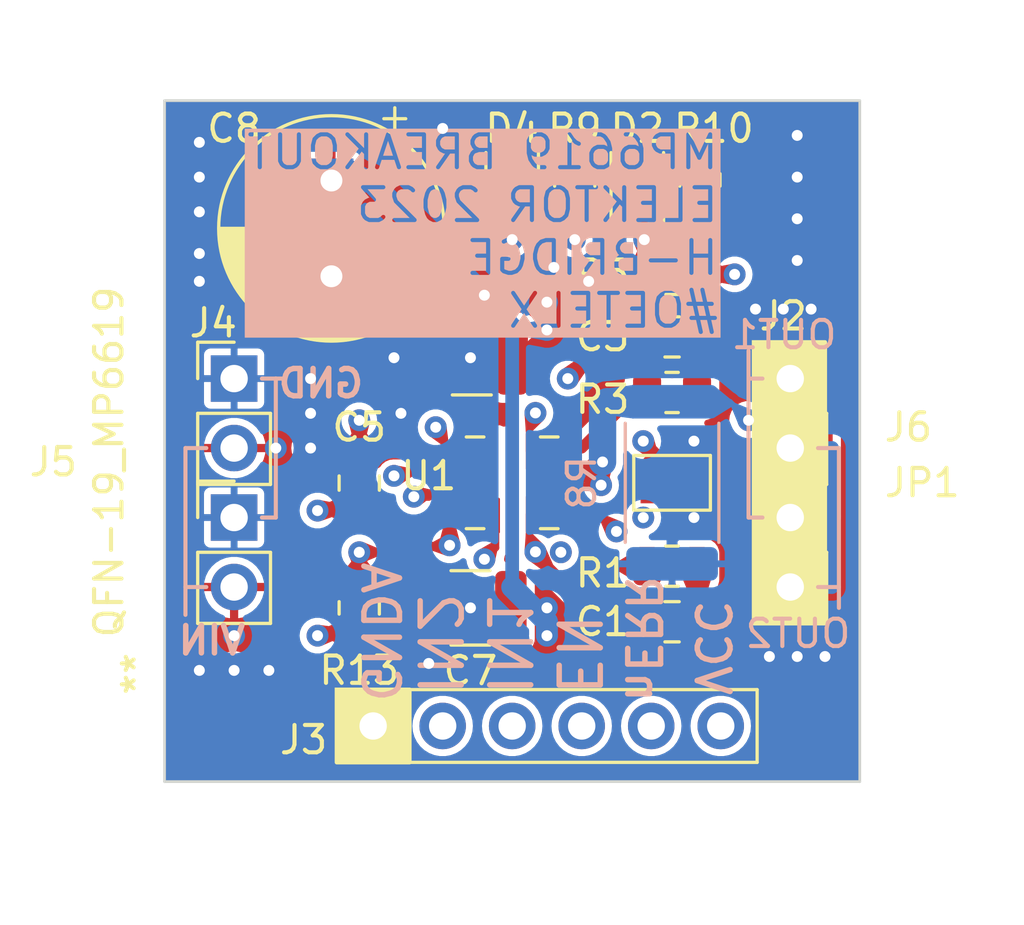
<source format=kicad_pcb>
(kicad_pcb (version 20230517) (generator pcbnew)
  (layers (0 "F.Cu" signal) (1 "In1.Cu" signal) (2 "In2.Cu" signal) (31 "B.Cu" signal) (34 "B.Paste" user) (35 "F.Paste" user) (36 "B.SilkS" user "B.Silkscreen") (37 "F.SilkS" user "F.Silkscreen") (38 "B.Mask" user) (39 "F.Mask" user) (44 "Edge.Cuts" user))
  (net 0 "")
  (net 1 "U1-OUT2")
  (net 2 "Net-(C1-Pad2)")
  (net 3 "Net-(C3-Pad1)")
  (net 4 "U1-OUT1")
  (net 5 "GNDA")
  (net 6 "U1-VCC")
  (net 7 "VIN")
  (net 8 "GND")
  (net 9 "U1-nFault")
  (net 10 "Net-(D2-A)")
  (net 11 "Net-(D4-A)")
  (net 12 "U1-IN2")
  (net 13 "U1-IN1")
  (net 14 "U1-EN")
  (net 15 "Net-(U1-BST2)")
  (net 16 "Net-(U1-BST1)")
  (net 17 "U1-IFB")
  (net 18 "U1-ISET")
  (footprint "Capacitor_SMD:C_0805_2012Metric" (layer "F.Cu") (at 140.462 115.57)
    (fp_text reference "C1" (at -2.54 0) (layer "F.SilkS"))
    (fp_text value "100 nF / 50V")
    (pad "1" smd roundrect (at -0.95 0) (size 1 1.45) (layers "F.Cu" "F.Paste" "F.Mask") (net 1 "U1-OUT2"))
    (pad "2" smd roundrect (at 0.95 0) (size 1 1.45) (layers "F.Cu" "F.Paste" "F.Mask") (net 2 "Net-(C1-Pad2)"))
  )
  (footprint "Jumper:SolderJumper-2_P1.3mm_Bridged2Bar_Pad1.0x1.5mm" (layer "F.Cu") (at 140.462 110.49)
    (fp_text reference "JP1" (at 9.144 0) (layer "F.SilkS"))
    (fp_text value "Jumper_2_Bridged")
    (fp_poly (pts (xy -0.25 -0.6) (xy 0.25 -0.6) (xy 0.25 -0.2) (xy -0.25 -0.2)) (fill solid) (layer "F.Cu"))
    (fp_poly (pts (xy -0.25 0.2) (xy 0.25 0.2) (xy 0.25 0.6) (xy -0.25 0.6)) (fill solid) (layer "F.Cu"))
    (pad "1" smd rect (at -0.65 0) (size 1 1.5) (layers "F.Cu" "F.Mask") (net 5 "GNDA"))
    (pad "2" smd rect (at 0.65 0) (size 1 1.5) (layers "F.Cu" "F.Mask") (net 8 "GND"))
  )
  (footprint "Connector_PinHeader_2.54mm:PinHeader_1x02_P2.54mm_Vertical" (layer "F.Cu") (at 124.46 106.68)
    (fp_text reference "J4" (at -0.762 -2.032) (layer "F.SilkS"))
    (fp_text value "Screw_Terminal_01x02")
    (pad "1" thru_hole rect (at 0 0) (size 1.7 1.7) (drill 1) (layers "*.Cu" "*.Mask") (net 8 "GND"))
    (pad "2" thru_hole oval (at 0 2.54) (size 1.7 1.7) (drill 1) (layers "*.Cu" "*.Mask") (net 7 "VIN"))
  )
  (footprint "Resistor_SMD:R_0805_2012Metric" (layer "F.Cu") (at 141.478 99.4175 90)
    (fp_text reference "R10" (at 1.8815 0.508 -180) (layer "F.SilkS"))
    (fp_text value "1K0 0805")
    (pad "1" smd roundrect (at -0.9125 0 90) (size 1.025 1.4) (layers "F.Cu" "F.Paste" "F.Mask") (roundrect_rratio 0.243902439) (net 6 "U1-VCC"))
    (pad "2" smd roundrect (at 0.9125 0 90) (size 1.025 1.4) (layers "F.Cu" "F.Paste" "F.Mask") (roundrect_rratio 0.243902439) (net 10 "Net-(D2-A)"))
  )
  (footprint "2HBR:MP6619GQ-P" (layer "F.Cu") (at 134.62 110.49 90)
    (fp_text reference "U1" (at 0.254 -3.048 -180) (layer "F.SilkS"))
    (fp_text value "QFN-19_MP6619" (at 0.762 -14.732 90) (layer "F.SilkS"))
    (fp_poly (pts (xy -0.75 -0.699999) (xy -0.6 -0.549999) (xy -0.6 -0.499999) (xy -1.8 -0.499999) (xy -1.8 -0.699999)) (stroke (width 0.1)) (fill solid) (layer "F.Cu"))
    (fp_poly (pts (xy -0.75 -0.699999) (xy -0.6 -0.549999) (xy -0.6 -0.499999) (xy -1.8 -0.499999) (xy -1.8 -0.699999)) (stroke (width 0.1)) (fill solid) (layer "F.Cu"))
    (fp_text user "*" (at -7.366 -13.716 90) (layer "F.SilkS"))
    (fp_text user "*" (at -6.604 -13.716 90) (layer "F.SilkS"))
    (pad "1" smd rect (at -1.15 -0.599999 90) (size 0.22 0.22) (layers "F.Cu" "F.Paste" "F.Mask") (net 17 "U1-IFB"))
    (pad "2" smd rect (at -1.15 0 90) (size 1.3 0.2) (layers "F.Cu" "F.Paste" "F.Mask") (net 7 "VIN"))
    (pad "3" smd rect (at -1.15 0.599999 90) (size 1.3 0.2) (layers "F.Cu" "F.Paste" "F.Mask") (net 1 "U1-OUT2"))
    (pad "4" smd rect (at -1.2 1.45 180) (size 0.7 0.2) (layers "F.Cu" "F.Paste" "F.Mask") (net 15 "Net-(U1-BST2)"))
    (pad "5" smd rect (at -0.600001 1.45 180) (size 0.7 0.2) (layers "F.Cu" "F.Paste" "F.Mask") (net 14 "U1-EN"))
    (pad "6" smd rect (at -0.199999 1.45 180) (size 0.7 0.2) (layers "F.Cu" "F.Paste" "F.Mask") (net 17 "U1-IFB"))
    (pad "7" smd rect (at 0.2 1.45 180) (size 0.7 0.2) (layers "F.Cu" "F.Paste" "F.Mask") (net 17 "U1-IFB"))
    (pad "8" smd rect (at 0.599999 1.45 180) (size 0.7 0.2) (layers "F.Cu" "F.Paste" "F.Mask") (net 17 "U1-IFB"))
    (pad "9" smd rect (at 1.200001 1.45 180) (size 0.7 0.2) (layers "F.Cu" "F.Paste" "F.Mask") (net 16 "Net-(U1-BST1)"))
    (pad "10" smd rect (at 1.15 0.599999 90) (size 1.3 0.2) (layers "F.Cu" "F.Paste" "F.Mask") (net 4 "U1-OUT1"))
    (pad "11" smd rect (at 1.15 0 90) (size 1.3 0.2) (layers "F.Cu" "F.Paste" "F.Mask") (net 7 "VIN"))
    (pad "12" smd rect (at 1.15 -0.599999 90) (size 1.3 0.2) (layers "F.Cu" "F.Paste" "F.Mask"))
    (pad "13" smd rect (at 1.2 -1.45 180) (size 0.7 0.2) (layers "F.Cu" "F.Paste" "F.Mask") (net 9 "U1-nFault"))
    (pad "14" smd rect (at 0.800001 -1.45 180) (size 0.7 0.2) (layers "F.Cu" "F.Paste" "F.Mask") (net 6 "U1-VCC"))
    (pad "15" smd rect (at 0.399999 -1.45 180) (size 0.7 0.2) (layers "F.Cu" "F.Paste" "F.Mask") (net 13 "U1-IN1"))
    (pad "16" smd rect (at 0 -1.45 180) (size 0.7 0.2) (layers "F.Cu" "F.Paste" "F.Mask") (net 12 "U1-IN2"))
    (pad "17" smd rect (at -0.399999 -1.45 180) (size 0.7 0.2) (layers "F.Cu" "F.Paste" "F.Mask") (net 18 "U1-ISET"))
    (pad "18" smd rect (at -0.800001 -1.45 180) (size 0.7 0.2) (layers "F.Cu" "F.Paste" "F.Mask"))
    (pad "19" smd rect (at -1.2 -1.45 180) (size 0.7 0.2) (layers "F.Cu" "F.Paste" "F.Mask") (net 5 "GNDA"))
  )
  (footprint "Resistor_SMD:R_0805_2012Metric" (layer "F.Cu") (at 129.032 115.062 -90)
    (fp_text reference "R13" (at 2.286 0 180) (layer "F.SilkS"))
    (fp_text value "80k 0805")
    (pad "1" smd roundrect (at -0.9125 0 270) (size 1.025 1.4) (layers "F.Cu" "F.Paste" "F.Mask") (roundrect_rratio 0.243902439) (net 18 "U1-ISET"))
    (pad "2" smd roundrect (at 0.9125 0 270) (size 1.025 1.4) (layers "F.Cu" "F.Paste" "F.Mask") (roundrect_rratio 0.243902439) (net 5 "GNDA"))
  )
  (footprint "Resistor_SMD:R_0805_2012Metric" (layer "F.Cu") (at 136.906 99.4175 90)
    (fp_text reference "R9" (at 1.8815 0) (layer "F.SilkS"))
    (fp_text value "1K0 0603")
    (pad "1" smd roundrect (at -0.9125 0 90) (size 1.025 1.4) (layers "F.Cu" "F.Paste" "F.Mask") (roundrect_rratio 0.243902439) (net 6 "U1-VCC"))
    (pad "2" smd roundrect (at 0.9125 0 90) (size 1.025 1.4) (layers "F.Cu" "F.Paste" "F.Mask") (roundrect_rratio 0.243902439) (net 11 "Net-(D4-A)"))
  )
  (footprint "Resistor_SMD:R_0805_2012Metric" (layer "F.Cu") (at 140.462 102.87 180)
    (fp_text reference "R5" (at 2.54 0) (layer "F.SilkS"))
    (fp_text value "100k")
    (pad "1" smd roundrect (at -0.9125 0 180) (size 1.025 1.4) (layers "F.Cu" "F.Paste" "F.Mask") (roundrect_rratio 0.243902439) (net 6 "U1-VCC"))
    (pad "2" smd roundrect (at 0.9125 0 180) (size 1.025 1.4) (layers "F.Cu" "F.Paste" "F.Mask") (roundrect_rratio 0.243902439) (net 9 "U1-nFault"))
  )
  (footprint "Capacitor_SMD:C_1210_3225Metric" (layer "F.Cu") (at 133.145 105.918 180)
    (fp_text reference "C10" (at 0 2.032) (layer "F.SilkS"))
    (fp_text value "4u7 1210")
    (pad "1" smd roundrect (at -1.475 0 180) (size 1.15 2.7) (layers "F.Cu" "F.Paste" "F.Mask") (roundrect_rratio 0.2173913043) (net 7 "VIN"))
    (pad "2" smd roundrect (at 1.475 0 180) (size 1.15 2.7) (layers "F.Cu" "F.Paste" "F.Mask") (roundrect_rratio 0.2173913043) (net 8 "GND"))
  )
  (footprint "Capacitor_SMD:C_0805_2012Metric" (layer "F.Cu") (at 129.032 110.5 90)
    (fp_text reference "C5" (at 2.042 0 -180) (layer "F.SilkS"))
    (fp_text value "1uF/50V")
    (pad "1" smd roundrect (at -0.95 0 90) (size 1 1.45) (layers "F.Cu" "F.Paste" "F.Mask") (net 5 "GNDA"))
    (pad "2" smd roundrect (at 0.95 0 90) (size 1 1.45) (layers "F.Cu" "F.Paste" "F.Mask") (net 6 "U1-VCC"))
  )
  (footprint "Resistor_SMD:R_0805_2012Metric" (layer "F.Cu") (at 140.462 107.188 180)
    (fp_text reference "R3" (at 2.54 -0.254) (layer "F.SilkS"))
    (fp_text value "10 R")
    (pad "1" smd roundrect (at -0.9125 0 180) (size 1.025 1.4) (layers "F.Cu" "F.Paste" "F.Mask") (roundrect_rratio 0.243902439) (net 3 "Net-(C3-Pad1)"))
    (pad "2" smd roundrect (at 0.9125 0 180) (size 1.025 1.4) (layers "F.Cu" "F.Paste" "F.Mask") (roundrect_rratio 0.243902439) (net 16 "Net-(U1-BST1)"))
  )
  (footprint "Capacitor_SMD:C_1210_3225Metric" (layer "F.Cu") (at 133.096 115.062 180)
    (fp_text reference "C7" (at 0 -2.3) (layer "F.SilkS"))
    (fp_text value "4u7 1210")
    (pad "1" smd roundrect (at -1.475 0 180) (size 1.15 2.7) (layers "F.Cu" "F.Paste" "F.Mask") (roundrect_rratio 0.2173913043) (net 7 "VIN"))
    (pad "2" smd roundrect (at 1.475 0 180) (size 1.15 2.7) (layers "F.Cu" "F.Paste" "F.Mask") (roundrect_rratio 0.2173913043) (net 8 "GND"))
  )
  (footprint "Connector_PinHeader_2.54mm:PinHeader_1x02_P2.54mm_Vertical" (layer "F.Cu") (at 124.46 111.76)
    (fp_text reference "J5" (at -6.604 -2.032) (layer "F.SilkS"))
    (fp_text value "Screw_Terminal_01x02")
    (pad "1" thru_hole rect (at 0 0) (size 1.7 1.7) (drill 1) (layers "*.Cu" "*.Mask") (net 8 "GND"))
    (pad "2" thru_hole oval (at 0 2.54) (size 1.7 1.7) (drill 1) (layers "*.Cu" "*.Mask") (net 7 "VIN"))
  )
  (footprint "Connector_PinHeader_2.54mm:PinHeader_1x02_P2.54mm_Vertical" (layer "F.Cu") (at 144.78 111.76)
    (fp_text reference "J6" (at 4.318 -3.302) (layer "F.SilkS"))
    (fp_text value "Screw_Terminal_01x02")
    (pad "1" thru_hole rect (at 0 0) (size 1.7 1.7) (drill 1) (layers "*.Cu" "*.Mask") (net 4 "U1-OUT1"))
    (pad "2" thru_hole oval (at 0 2.54) (size 1.7 1.7) (drill 1) (layers "*.Cu" "*.Mask") (net 1 "U1-OUT2"))
  )
  (footprint "Resistor_SMD:R_0805_2012Metric" (layer "F.Cu") (at 140.462 113.538)
    (fp_text reference "R1" (at -2.54 0.254) (layer "F.SilkS"))
    (fp_text value "10 R")
    (pad "1" smd roundrect (at -0.9125 0) (size 1.025 1.4) (layers "F.Cu" "F.Paste" "F.Mask") (roundrect_rratio 0.243902439) (net 15 "Net-(U1-BST2)"))
    (pad "2" smd roundrect (at 0.9125 0) (size 1.025 1.4) (layers "F.Cu" "F.Paste" "F.Mask") (roundrect_rratio 0.243902439) (net 2 "Net-(C1-Pad2)"))
  )
  (footprint "LED_SMD:LED_0805_2012Metric" (layer "F.Cu") (at 139.192 99.4175 90)
    (fp_text reference "D2" (at 1.8815 0 -180) (layer "F.SilkS"))
    (fp_text value "LED RED 0805")
    (pad "1" smd roundrect (at -0.9375 0 90) (size 0.975 1.4) (layers "F.Cu" "F.Paste" "F.Mask") (net 9 "U1-nFault"))
    (pad "2" smd roundrect (at 0.9375 0 90) (size 0.975 1.4) (layers "F.Cu" "F.Paste" "F.Mask") (net 10 "Net-(D2-A)"))
  )
  (footprint "Capacitor_THT:CP_Radial_D8.0mm_P3.50mm" (layer "F.Cu") (at 128.016 99.439349 -90)
    (fp_text reference "C8" (at -1.903349 3.556 180) (layer "F.SilkS"))
    (fp_text value "120uF/35")
    (pad "1" thru_hole rect (at 0 0 270) (size 1.6 1.6) (drill 0.8) (layers "*.Cu" "*.Mask") (net 7 "VIN"))
    (pad "2" thru_hole circle (at 3.5 0 270) (size 1.6 1.6) (drill 0.8) (layers "*.Cu" "*.Mask") (net 8 "GND"))
  )
  (footprint "Connector_PinHeader_2.54mm:PinHeader_1x06_P2.54mm_Vertical" (layer "F.Cu") (at 129.54 119.38 90)
    (fp_text reference "J3" (at -0.508 -2.54 -180) (layer "F.SilkS"))
    (fp_text value "Conn_01x06")
    (pad "1" thru_hole rect (at 0 0 90) (size 1.7 1.7) (drill 1) (layers "*.Cu" "*.Mask") (net 5 "GNDA"))
    (pad "2" thru_hole oval (at 0 2.54 90) (size 1.7 1.7) (drill 1) (layers "*.Cu" "*.Mask") (net 12 "U1-IN2"))
    (pad "3" thru_hole oval (at 0 5.08 90) (size 1.7 1.7) (drill 1) (layers "*.Cu" "*.Mask") (net 13 "U1-IN1"))
    (pad "4" thru_hole oval (at 0 7.62 90) (size 1.7 1.7) (drill 1) (layers "*.Cu" "*.Mask") (net 14 "U1-EN"))
    (pad "5" thru_hole oval (at 0 10.16 90) (size 1.7 1.7) (drill 1) (layers "*.Cu" "*.Mask") (net 9 "U1-nFault"))
    (pad "6" thru_hole oval (at 0 12.7 90) (size 1.7 1.7) (drill 1) (layers "*.Cu" "*.Mask") (net 6 "U1-VCC"))
  )
  (footprint "Capacitor_SMD:C_0805_2012Metric" (layer "F.Cu") (at 140.462 105.156 180)
    (fp_text reference "C3" (at 2.54 0) (layer "F.SilkS"))
    (fp_text value "100 nF / 50V")
    (pad "1" smd roundrect (at -0.95 0 180) (size 1 1.45) (layers "F.Cu" "F.Paste" "F.Mask") (net 3 "Net-(C3-Pad1)"))
    (pad "2" smd roundrect (at 0.95 0 180) (size 1 1.45) (layers "F.Cu" "F.Paste" "F.Mask") (net 4 "U1-OUT1"))
  )
  (footprint "LED_SMD:LED_0805_2012Metric" (layer "F.Cu") (at 134.62 99.4175 90)
    (fp_text reference "D4" (at 1.8815 0 -180) (layer "F.SilkS"))
    (fp_text value "LED GREEN 0805")
    (pad "1" smd roundrect (at -0.9375 0 90) (size 0.975 1.4) (layers "F.Cu" "F.Paste" "F.Mask") (net 5 "GNDA"))
    (pad "2" smd roundrect (at 0.9375 0 90) (size 0.975 1.4) (layers "F.Cu" "F.Paste" "F.Mask") (net 11 "Net-(D4-A)"))
  )
  (footprint "Connector_PinHeader_2.54mm:PinHeader_1x02_P2.54mm_Vertical" (layer "F.Cu") (at 144.78 106.68)
    (fp_text reference "J2" (at -0.254 -2.286) (layer "F.SilkS"))
    (fp_text value "Screw_Terminal_01x02")
    (pad "1" thru_hole rect (at 0 0) (size 1.7 1.7) (drill 1) (layers "*.Cu" "*.Mask") (net 4 "U1-OUT1"))
    (pad "2" thru_hole oval (at 0 2.54) (size 1.7 1.7) (drill 1) (layers "*.Cu" "*.Mask") (net 1 "U1-OUT2"))
  )
  (footprint "Resistor_SMD:R_2512_6332Metric" (layer "B.Cu") (at 140.462 110.49 -90)
    (fp_text reference "R8" (at 0 3.302 90) (layer "B.SilkS") (effects (justify mirror)))
    (fp_text value "0.05R SENSE")
    (pad "1" smd roundrect (at -2.9625 0 270) (size 1.225 3.35) (layers "B.Cu" "B.Paste" "B.Mask") (roundrect_rratio 0.2040816327) (net 17 "U1-IFB"))
    (pad "2" smd roundrect (at 2.9625 0 270) (size 1.225 3.35) (layers "B.Cu" "B.Paste" "B.Mask") (roundrect_rratio 0.2040816327) (net 8 "GND"))
  )
  (gr_line (start 143.256 106.68) (end 143.256 105.664) (stroke (width 0.15)) (layer "B.SilkS"))
  (gr_line (start 122.682 109.22) (end 122.682 114.3) (stroke (width 0.15)) (layer "B.SilkS"))
  (gr_line (start 126.238 106.68) (end 125.984 106.68) (stroke (width 0.15)) (layer "B.SilkS"))
  (gr_line (start 145.796 114.3) (end 146.558 114.3) (stroke (width 0.15)) (layer "B.SilkS"))
  (gr_line (start 143.256 111.76) (end 143.256 106.68) (stroke (width 0.15)) (layer "B.SilkS"))
  (gr_line (start 125.476 111.76) (end 125.984 111.76) (stroke (width 0.15)) (layer "B.SilkS"))
  (gr_line (start 146.558 114.3) (end 146.558 109.22) (stroke (width 0.15)) (layer "B.SilkS"))
  (gr_line (start 143.764 111.76) (end 143.256 111.76) (stroke (width 0.15)) (layer "B.SilkS"))
  (gr_line (start 125.984 106.68) (end 125.476 106.68) (stroke (width 0.15)) (layer "B.SilkS"))
  (gr_line (start 122.682 114.3) (end 122.682 115.316) (stroke (width 0.15)) (layer "B.SilkS"))
  (gr_line (start 146.558 114.3) (end 146.558 115.062) (stroke (width 0.15)) (layer "B.SilkS"))
  (gr_line (start 122.682 114.3) (end 123.444 114.3) (stroke (width 0.15)) (layer "B.SilkS"))
  (gr_line (start 143.256 106.68) (end 143.764 106.68) (stroke (width 0.15)) (layer "B.SilkS"))
  (gr_line (start 125.984 111.76) (end 125.984 106.68) (stroke (width 0.15)) (layer "B.SilkS"))
  (gr_line (start 146.558 109.22) (end 145.796 109.22) (stroke (width 0.15)) (layer "B.SilkS"))
  (gr_line (start 123.444 109.22) (end 122.682 109.22) (stroke (width 0.15)) (layer "B.SilkS"))
  (gr_rect (start 128.21 118.05) (end 130.87 120.71) (stroke (width 0.15)) (fill solid) (layer "F.SilkS"))
  (gr_rect (start 143.45 105.35) (end 146.05 115.63) (stroke (width 0.15)) (fill solid) (layer "F.SilkS"))
  (gr_line (start 147.32 96.52) (end 121.92 96.52) (stroke (width 0.1)) (layer "Edge.Cuts"))
  (gr_line (start 121.92 96.52) (end 121.92 121.412) (stroke (width 0.1)) (layer "Edge.Cuts"))
  (gr_line (start 121.92 121.412) (end 147.32 121.412) (stroke (width 0.1)) (layer "Edge.Cuts"))
  (gr_line (start 147.32 121.412) (end 147.32 96.52) (stroke (width 0.1)) (layer "Edge.Cuts"))
  (gr_text "nERR" (at 138.684 118.618 270) (layer "B.SilkS") (effects (font (size 1.2 1.2) (thickness 0.2)) (justify left bottom mirror)))
  (gr_text "MP6619 BREAKOUT\nELEKTOR 2023\nH-BRIDGE\n#OETELX" (at 142.24 104.902) (layer "B.SilkS" knockout) (effects (font (size 1.2 1.2)) (justify left bottom mirror)))
  (gr_text "GNDA" (at 129.032 118.618 270) (layer "B.SilkS") (effects (font (size 1.3 1.3) (thickness 0.2)) (justify left bottom mirror)))
  (gr_text "OUT2" (at 147.066 116.586) (layer "B.SilkS") (effects (font (size 1 1)) (justify left bottom mirror)))
  (gr_text "IN2" (at 131.064 118.364 270) (layer "B.SilkS") (effects (font (size 1.5 1.5) (thickness 0.2)) (justify left bottom mirror)))
  (gr_text "OUT1" (at 146.558 105.664) (layer "B.SilkS") (effects (font (size 1 1)) (justify left bottom mirror)))
  (gr_text "GND" (at 129.286 107.442) (layer "B.SilkS") (effects (font (size 1 1) (thickness 0.2)) (justify left bottom mirror)))
  (gr_text "VIN" (at 124.968 116.84) (layer "B.SilkS") (effects (font (size 1 1) (thickness 0.2)) (justify left bottom mirror)))
  (gr_text "VCC\n" (at 141.224 118.364 270) (layer "B.SilkS") (effects (font (size 1.2 1.2) (thickness 0.2)) (justify left bottom mirror)))
  (gr_text "EN" (at 136.144 118.364 270) (layer "B.SilkS") (effects (font (size 1.5 1.5) (thickness 0.2)) (justify left bottom mirror)))
  (gr_text "IN1\n" (at 133.604 118.364 270) (layer "B.SilkS") (effects (font (size 1.5 1.5) (thickness 0.2)) (justify left bottom mirror)))
  (segment (start 135.4695 113.1175) (end 135.4695 113.014575) (width 0.4) (layer "F.Cu") (net 1))
  (segment (start 135.219999 111.64) (end 135.219999 112.765074) (width 0.2) (layer "F.Cu") (net 1))
  (segment (start 139.512 115.57) (end 137.922 115.57) (width 0.4) (layer "F.Cu") (net 1))
  (segment (start 137.922 115.57) (end 135.4695 113.1175) (width 0.4) (layer "F.Cu") (net 1))
  (segment (start 135.219999 112.765074) (end 135.4695 113.014575) (width 0.2) (layer "F.Cu") (net 1))
  (via (at 135.4695 113.014575) (size 0.8) (drill 0.4) (layers "F.Cu" "B.Cu") (net 1))
  (via (at 136.398 113.03) (size 0.8) (drill 0.4) (layers "F.Cu" "B.Cu") (net 1))
  (segment (start 144.78 114.3) (end 146.304 114.3) (width 0.5) (layer "B.Cu") (net 1))
  (segment (start 146.304 114.3) (end 146.304 109.22) (width 0.5) (layer "B.Cu") (net 1))
  (segment (start 146.304 109.22) (end 144.78 109.22) (width 0.5) (layer "B.Cu") (net 1))
  (segment (start 141.412 113.5755) (end 141.3745 113.538) (width 0.5) (layer "F.Cu") (net 2))
  (segment (start 141.412 115.57) (end 141.412 113.5755) (width 0.5) (layer "F.Cu") (net 2))
  (segment (start 141.3745 107.188) (end 141.3745 105.1935) (width 0.5) (layer "F.Cu") (net 3))
  (segment (start 141.3745 105.1935) (end 141.412 105.156) (width 0.5) (layer "F.Cu") (net 3))
  (segment (start 135.219999 108.184865) (end 135.4695 107.935364) (width 0.2) (layer "F.Cu") (net 4))
  (segment (start 146.08 111.73) (end 146.05 111.76) (width 0.5) (layer "F.Cu") (net 4))
  (segment (start 139.512 105.156) (end 138.176 105.156) (width 0.5) (layer "F.Cu") (net 4))
  (segment (start 138.176 105.156) (end 136.652 106.68) (width 0.5) (layer "F.Cu") (net 4))
  (segment (start 146.08 106.964) (end 146.08 111.73) (width 0.5) (layer "F.Cu") (net 4))
  (segment (start 135.219999 109.34) (end 135.219999 108.184865) (width 0.2) (layer "F.Cu") (net 4))
  (segment (start 145.796 106.68) (end 146.08 106.964) (width 0.5) (layer "F.Cu") (net 4))
  (segment (start 144.78 106.68) (end 145.796 106.68) (width 0.5) (layer "F.Cu") (net 4))
  (segment (start 146.05 111.76) (end 144.78 111.76) (width 0.5) (layer "F.Cu") (net 4))
  (via (at 136.652 106.68) (size 0.8) (drill 0.4) (layers "F.Cu" "B.Cu") (net 4))
  (via (at 135.4695 107.935364) (size 0.8) (drill 0.4) (layers "F.Cu" "B.Cu") (net 4))
  (segment (start 132.334 112.776) (end 132.334 111.76) (width 0.4) (layer "F.Cu") (net 5))
  (segment (start 130.302 114.7045) (end 129.032 115.9745) (width 0.25) (layer "F.Cu") (net 5))
  (segment (start 131.668827 112.776) (end 130.302 114.142827) (width 0.25) (layer "F.Cu") (net 5))
  (segment (start 132.404 111.69) (end 132.334 111.76) (width 0.2) (layer "F.Cu") (net 5))
  (segment (start 132.334 112.776) (end 131.668827 112.776) (width 0.25) (layer "F.Cu") (net 5))
  (segment (start 139.812 110.49) (end 139.812 109.369) (width 0.4) (layer "F.Cu") (net 5))
  (segment (start 127.564 111.45) (end 127.508 111.506) (width 0.4) (layer "F.Cu") (net 5))
  (segment (start 139.812 109.369) (end 139.409 108.966) (width 0.4) (layer "F.Cu") (net 5))
  (segment (start 130.302 114.142827) (end 130.302 114.7045) (width 0.25) (layer "F.Cu") (net 5))
  (segment (start 129.032 111.45) (end 127.564 111.45) (width 0.4) (layer "F.Cu") (net 5))
  (segment (start 129.54 116.4825) (end 129.032 115.9745) (width 0.4) (layer "F.Cu") (net 5))
  (segment (start 130.246 111.45) (end 129.032 111.45) (width 0.4) (layer "F.Cu") (net 5))
  (segment (start 133.17 111.69) (end 132.404 111.69) (width 0.2) (layer "F.Cu") (net 5))
  (segment (start 129.54 119.38) (end 129.54 116.4825) (width 0.4) (layer "F.Cu") (net 5))
  (segment (start 134.62 100.355) (end 134.62 101.6) (width 0.4) (layer "F.Cu") (net 5))
  (segment (start 129.032 115.9745) (end 127.6115 115.9745) (width 0.4) (layer "F.Cu") (net 5))
  (segment (start 127.6115 115.9745) (end 127.508 116.078) (width 0.4) (layer "F.Cu") (net 5))
  (via (at 134.62 101.6) (size 0.8) (drill 0.4) (layers "F.Cu" "B.Cu") (net 5))
  (via (at 139.409 111.76) (size 0.8) (drill 0.4) (layers "F.Cu" "B.Cu") (net 5))
  (via (at 127.508 116.078) (size 0.8) (drill 0.4) (layers "F.Cu" "B.Cu") (net 5))
  (via (at 132.334 112.776) (size 0.8) (drill 0.4) (layers "F.Cu" "B.Cu") (net 5))
  (via (at 127.508 111.506) (size 0.8) (drill 0.4) (layers "F.Cu" "B.Cu") (net 5))
  (via (at 139.409 108.966) (size 0.8) (drill 0.4) (layers "F.Cu" "B.Cu") (net 5))
  (segment (start 141.478 99.4175) (end 141.478 100.33) (width 0.4) (layer "F.Cu") (net 6))
  (segment (start 140.758761 99.4175) (end 141.478 99.4175) (width 0.4) (layer "F.Cu") (net 6))
  (segment (start 129.1455 109.4365) (end 131.141164 109.4365) (width 0.4) (layer "F.Cu") (net 6))
  (segment (start 142.748 102.87) (end 141.3745 102.87) (width 0.5) (layer "F.Cu") (net 6))
  (segment (start 131.394663 109.689999) (end 131.141164 109.4365) (width 0.2) (layer "F.Cu") (net 6))
  (segment (start 136.906 100.33) (end 136.906 101.6) (width 0.4) (layer "F.Cu") (net 6))
  (segment (start 133.17 109.689999) (end 131.394663 109.689999) (width 0.2) (layer "F.Cu") (net 6))
  (segment (start 140.708761 99.3675) (end 140.758761 99.4175) (width 0.4) (layer "F.Cu") (net 6))
  (segment (start 137.8685 99.3675) (end 140.708761 99.3675) (width 0.4) (layer "F.Cu") (net 6))
  (segment (start 129.032 109.55) (end 129.1455 109.4365) (width 0.4) (layer "F.Cu") (net 6))
  (segment (start 141.478 100.33) (end 141.478 102.7665) (width 0.4) (layer "F.Cu") (net 6))
  (segment (start 141.478 102.7665) (end 141.3745 102.87) (width 0.4) (layer "F.Cu") (net 6))
  (segment (start 129.032 108.204) (end 129.032 109.55) (width 0.4) (layer "F.Cu") (net 6))
  (segment (start 136.906 100.33) (end 137.8685 99.3675) (width 0.4) (layer "F.Cu") (net 6))
  (via (at 136.906 101.6) (size 0.8) (drill 0.4) (layers "F.Cu" "B.Cu") (net 6))
  (via (at 129.032 108.204) (size 0.8) (drill 0.4) (layers "F.Cu" "B.Cu") (net 6))
  (via (at 142.748 102.87) (size 0.8) (drill 0.4) (layers "F.Cu" "B.Cu") (net 6))
  (segment (start 134.62 109.34) (end 134.62 105.918) (width 0.2) (layer "F.Cu") (net 7))
  (segment (start 134.62 111.64) (end 134.62 115.013) (width 0.2) (layer "F.Cu") (net 7))
  (segment (start 134.62 105.918) (end 134.874 105.918) (width 0.4) (layer "F.Cu") (net 7))
  (segment (start 134.571 115.062) (end 135.89 115.062) (width 0.4) (layer "F.Cu") (net 7))
  (segment (start 135.89 116.078) (end 135.89 115.062) (width 0.8) (layer "F.Cu") (net 7))
  (segment (start 134.874 105.918) (end 135.89 104.902) (width 0.4) (layer "F.Cu") (net 7))
  (segment (start 134.62 115.013) (end 134.571 115.062) (width 0.2) (layer "F.Cu") (net 7))
  (via (at 135.89 116.078) (size 0.8) (drill 0.4) (layers "F.Cu" "B.Cu") (net 7))
  (via (at 135.89 115.062) (size 0.8) (drill 0.4) (layers "F.Cu" "B.Cu") (net 7))
  (via (at 133.604 103.632) (size 0.8) (drill 0.4) (layers "F.Cu" "B.Cu") (net 7))
  (via (at 135.89 104.902) (size 0.8) (drill 0.4) (layers "F.Cu" "B.Cu") (net 7))
  (via (at 124.46 116.078) (size 0.8) (drill 0.4) (layers "F.Cu" "B.Cu") (net 7))
  (via (at 135.89 103.886) (size 0.8) (drill 0.4) (layers "F.Cu" "B.Cu") (net 7))
  (via (at 125.984 109.22) (size 0.8) (drill 0.4) (layers "F.Cu" "B.Cu") (net 7))
  (segment (start 135.89 104.902) (end 135.89 103.886) (width 0.5) (layer "B.Cu") (net 7))
  (segment (start 135.89 115.57) (end 134.62 114.3) (width 0.8) (layer "B.Cu") (net 7))
  (segment (start 134.62 104.648) (end 133.604 103.632) (width 0.5) (layer "B.Cu") (net 7))
  (segment (start 135.89 116.078) (end 135.89 115.57) (width 0.8) (layer "B.Cu") (net 7))
  (segment (start 135.89 104.902) (end 134.874 104.902) (width 0.5) (layer "B.Cu") (net 7))
  (segment (start 134.874 104.902) (end 133.604 103.632) (width 0.5) (layer "B.Cu") (net 7))
  (segment (start 134.62 114.3) (end 134.62 104.648) (width 0.5) (layer "B.Cu") (net 7))
  (segment (start 129.411349 99.439349) (end 133.604 103.632) (width 0.8) (layer "B.Cu") (net 7))
  (segment (start 128.016 99.439349) (end 129.411349 99.439349) (width 0.8) (layer "B.Cu") (net 7))
  (segment (start 141.112 109.1155) (end 141.2615 108.966) (width 0.4) (layer "F.Cu") (net 8))
  (segment (start 131.621 117.045) (end 131.572 117.094) (width 0.4) (layer "F.Cu") (net 8))
  (segment (start 131.67 105.918) (end 130.302 105.918) (width 0.2) (layer "F.Cu") (net 8))
  (segment (start 131.67 105.918) (end 133.096 105.918) (width 0.2) (layer "F.Cu") (net 8))
  (segment (start 131.621 115.062) (end 131.621 117.045) (width 0.4) (layer "F.Cu") (net 8))
  (segment (start 131.621 115.062) (end 133.096 115.062) (width 0.4) (layer "F.Cu") (net 8))
  (segment (start 141.112 110.49) (end 141.112 109.1155) (width 0.4) (layer "F.Cu") (net 8))
  (via (at 145.034 102.362) (size 0.8) (drill 0.4) (layers "F.Cu" "B.Cu") (net 8))
  (via (at 125.73 117.348) (size 0.8) (drill 0.4) (layers "F.Cu" "B.Cu") (net 8))
  (via (at 141.2615 111.76) (size 0.8) (drill 0.4) (layers "F.Cu" "B.Cu") (net 8))
  (via (at 145.034 116.84) (size 0.8) (drill 0.4) (layers "F.Cu" "B.Cu") (net 8))
  (via (at 133.096 105.918) (size 0.8) (drill 0.4) (layers "F.Cu" "B.Cu") (net 8))
  (via (at 127.254 107.95) (size 0.8) (drill 0.4) (layers "F.Cu" "B.Cu") (net 8))
  (via (at 145.034 99.314) (size 0.8) (drill 0.4) (layers "F.Cu" "B.Cu") (net 8))
  (via (at 146.05 116.84) (size 0.8) (drill 0.4) (layers "F.Cu" "B.Cu") (net 8))
  (via (at 145.542 104.14) (size 0.8) (drill 0.4) (layers "F.Cu" "B.Cu") (net 8))
  (via (at 130.556 107.95) (size 0.8) (drill 0.4) (layers "F.Cu" "B.Cu") (net 8))
  (via (at 123.19 100.584) (size 0.8) (drill 0.4) (layers "F.Cu" "B.Cu") (net 8))
  (via (at 132.08 97.536) (size 0.8) (drill 0.4) (layers "F.Cu" "B.Cu") (net 8))
  (via (at 145.034 100.838) (size 0.8) (drill 0.4) (layers "F.Cu" "B.Cu") (net 8))
  (via (at 123.19 117.348) (size 0.8) (drill 0.4) (layers "F.Cu" "B.Cu") (net 8))
  (via (at 127.254 106.68) (size 0.8) (drill 0.4) (layers "F.Cu" "B.Cu") (net 8))
  (via (at 131.572 117.094) (size 0.8) (drill 0.4) (layers "F.Cu" "B.Cu") (net 8))
  (via (at 136.144 102.616) (size 0.8) (drill 0.4) (layers "F.Cu" "B.Cu") (net 8))
  (via (at 145.034 97.79) (size 0.8) (drill 0.4) (layers "F.Cu" "B.Cu") (net 8))
  (via (at 127.254 109.22) (size 0.8) (drill 0.4) (layers "F.Cu" "B.Cu") (net 8))
  (via (at 123.19 102.108) (size 0.8) (drill 0.4) (layers "F.Cu" "B.Cu") (net 8))
  (via (at 144.018 116.84) (size 0.8) (drill 0.4) (layers "F.Cu" "B.Cu") (net 8))
  (via (at 137.414 103.124) (size 0.8) (drill 0.4) (layers "F.Cu" "B.Cu") (net 8))
  (via (at 133.096 115.062) (size 0.8) (drill 0.4) (layers "F.Cu" "B.Cu") (net 8))
  (via (at 123.19 98.044) (size 0.8) (drill 0.4) (layers "F.Cu" "B.Cu") (net 8))
  (via (at 130.302 105.918) (size 0.8) (drill 0.4) (layers "F.Cu" "B.Cu") (net 8))
  (via (at 124.46 117.348) (size 0.8) (drill 0.4) (layers "F.Cu" "B.Cu") (net 8))
  (via (at 141.2615 108.966) (size 0.8) (drill 0.4) (layers "F.Cu" "B.Cu") (net 8))
  (via (at 123.19 103.124) (size 0.8) (drill 0.4) (layers "F.Cu" "B.Cu") (net 8))
  (via (at 143.51 104.14) (size 0.8) (drill 0.4) (layers "F.Cu" "B.Cu") (net 8))
  (via (at 123.19 99.314) (size 0.8) (drill 0.4) (layers "F.Cu" "B.Cu") (net 8))
  (via (at 144.526 104.14) (size 0.8) (drill 0.4) (layers "F.Cu" "B.Cu") (net 8))
  (segment (start 141.2615 111.76) (end 141.2615 108.966) (width 0.4) (layer "B.Cu") (net 8))
  (segment (start 140.462 113.4525) (end 140.462 112.5595) (width 0.4) (layer "B.Cu") (net 8))
  (segment (start 140.462 112.5595) (end 141.2615 111.76) (width 0.4) (layer "B.Cu") (net 8))
  (segment (start 139.192 100.355) (end 139.192 101.346) (width 0.2) (layer "F.Cu") (net 9))
  (segment (start 139.446 101.6) (end 139.446 102.7665) (width 0.2) (layer "F.Cu") (net 9))
  (segment (start 139.446 102.7665) (end 139.5495 102.87) (width 0.2) (layer "F.Cu") (net 9))
  (segment (start 132.404 109.29) (end 131.826 108.712) (width 0.2) (layer "F.Cu") (net 9))
  (segment (start 133.17 109.29) (end 132.404 109.29) (width 0.2) (layer "F.Cu") (net 9))
  (segment (start 131.826 108.712) (end 131.826 108.458) (width 0.2) (layer "F.Cu") (net 9))
  (segment (start 139.192 101.346) (end 139.446 101.6) (width 0.2) (layer "F.Cu") (net 9))
  (via (at 131.826 108.458) (size 0.8) (drill 0.4) (layers "F.Cu" "B.Cu") (net 9))
  (via (at 139.446 101.6) (size 0.8) (drill 0.4) (layers "F.Cu" "B.Cu") (net 9))
  (segment (start 139.217 98.505) (end 139.192 98.48) (width 0.4) (layer "F.Cu") (net 10))
  (segment (start 141.478 98.505) (end 139.217 98.505) (width 0.4) (layer "F.Cu") (net 10))
  (segment (start 134.62 98.48) (end 136.881 98.48) (width 0.4) (layer "F.Cu") (net 11))
  (segment (start 136.881 98.48) (end 136.906 98.505) (width 0.4) (layer "F.Cu") (net 11))
  (segment (start 132.08 110.49) (end 133.17 110.49) (width 0.2) (layer "F.Cu") (net 12))
  (segment (start 132.08 110.49) (end 131.572 110.998) (width 0.2) (layer "F.Cu") (net 12))
  (segment (start 131.572 110.998) (end 131.0265 110.998) (width 0.3) (layer "F.Cu") (net 12))
  (via (at 131.0265 110.998) (size 0.8) (drill 0.4) (layers "F.Cu" "B.Cu") (net 12))
  (segment (start 130.447999 110.090001) (end 130.302 110.236) (width 0.2) (layer "F.Cu") (net 13))
  (segment (start 133.17 110.090001) (end 130.447999 110.090001) (width 0.2) (layer "F.Cu") (net 13))
  (segment (start 130.302 110.236) (end 130.339002 110.198998) (width 0.2) (layer "F.Cu") (net 13))
  (via (at 130.302 110.236) (size 0.8) (drill 0.4) (layers "F.Cu" "B.Cu") (net 13))
  (segment (start 137.252001 111.090001) (end 138.43 112.268) (width 0.2) (layer "F.Cu") (net 14))
  (segment (start 136.07 111.090001) (end 137.252001 111.090001) (width 0.2) (layer "F.Cu") (net 14))
  (via (at 138.43 112.268) (size 0.8) (drill 0.4) (layers "F.Cu" "B.Cu") (net 14))
  (segment (start 139.5495 113.538) (end 138.43 113.538) (width 0.4) (layer "F.Cu") (net 15))
  (segment (start 138.43 113.538) (end 137.16 112.268) (width 0.4) (layer "F.Cu") (net 15))
  (segment (start 137.16 112.268) (end 137.16 111.76) (width 0.4) (layer "F.Cu") (net 15))
  (segment (start 137.16 111.76) (end 137.09 111.69) (width 0.2) (layer "F.Cu") (net 15))
  (segment (start 136.07 111.69) (end 137.09 111.69) (width 0.2) (layer "F.Cu") (net 15))
  (segment (start 136.07 109.289999) (end 137.090001 109.289999) (width 0.2) (layer "F.Cu") (net 16))
  (segment (start 137.090001 109.289999) (end 137.16 109.22) (width 0.2) (layer "F.Cu") (net 16))
  (segment (start 139.192 107.188) (end 137.16 109.22) (width 0.4) (layer "F.Cu") (net 16))
  (segment (start 139.5495 107.188) (end 139.192 107.188) (width 0.4) (layer "F.Cu") (net 16))
  (segment (start 137.172344 110.289867) (end 136.852 110.29) (width 0.2) (layer "F.Cu") (net 17))
  (segment (start 137.922 109.728) (end 137.360133 110.289867) (width 0.2) (layer "F.Cu") (net 17))
  (segment (start 136.852 110.29) (end 136.07 110.29) (width 0.2) (layer "F.Cu") (net 17))
  (segment (start 137.160555 110.687753) (end 137.16 109.982) (width 0.2) (layer "F.Cu") (net 17))
  (segment (start 137.869048 110.576383) (end 137.869048 109.780952) (width 0.5) (layer "F.Cu") (net 17))
  (segment (start 137.757678 110.687753) (end 137.869048 110.576383) (width 0.2) (layer "F.Cu") (net 17))
  (segment (start 136.07 110.689999) (end 137.105999 110.689999) (width 0.2) (layer "F.Cu") (net 17))
  (segment (start 137.869048 109.780952) (end 137.922 109.728) (width 0.5) (layer "F.Cu") (net 17))
  (segment (start 137.16 109.982) (end 137.922 109.728) (width 0.2) (layer "F.Cu") (net 17))
  (segment (start 137.16 109.982) (end 137.068001 109.890001) (width 0.2) (layer "F.Cu") (net 17))
  (segment (start 137.582532 110.289867) (end 137.869048 110.576383) (width 0.2) (layer "F.Cu") (net 17))
  (segment (start 134.022647 112.865353) (end 134.022647 112.094275) (width 0.25) (layer "F.Cu") (net 17))
  (segment (start 137.160555 110.687753) (end 137.757678 110.687753) (width 0.2) (layer "F.Cu") (net 17))
  (segment (start 133.604 113.284) (end 134.022647 112.865353) (width 0.25) (layer "F.Cu") (net 17))
  (segment (start 137.068001 109.890001) (end 136.07 109.890001) (width 0.2) (layer "F.Cu") (net 17))
  (segment (start 137.360133 110.289867) (end 137.172344 110.289867) (width 0.2) (layer "F.Cu") (net 17))
  (segment (start 137.172344 110.289867) (end 137.582532 110.289867) (width 0.2) (layer "F.Cu") (net 17))
  (segment (start 137.105999 110.689999) (end 137.160555 110.687753) (width 0.2) (layer "F.Cu") (net 17))
  (via (at 137.869048 110.576383) (size 0.8) (drill 0.4) (layers "F.Cu" "B.Cu") (net 17))
  (via (at 137.922 109.728) (size 0.8) (drill 0.4) (layers "F.Cu" "B.Cu") (net 17))
  (via (at 143.256 108.204) (size 0.8) (drill 0.4) (layers "F.Cu" "B.Cu") (net 17))
  (via (at 133.604 113.284) (size 0.8) (drill 0.4) (layers "F.Cu" "B.Cu") (net 17))
  (segment (start 140.462 107.5275) (end 142.5795 107.5275) (width 0.2) (layer "B.Cu") (net 17))
  (segment (start 137.922 107.696) (end 138.0905 107.5275) (width 1) (layer "B.Cu") (net 17))
  (segment (start 142.5795 107.5275) (end 143.256 108.204) (width 0.2) (layer "B.Cu") (net 17))
  (segment (start 137.922 109.728) (end 137.922 107.696) (width 1) (layer "B.Cu") (net 17))
  (segment (start 138.0905 107.5275) (end 140.462 107.5275) (width 1) (layer "B.Cu") (net 17))
  (segment (start 132.718478 110.889999) (end 132.718476 110.890001) (width 0.2) (layer "F.Cu") (net 18))
  (segment (start 131.572 111.76) (end 132.08 111.252) (width 0.2) (layer "F.Cu") (net 18))
  (segment (start 133.17 110.889999) (end 132.718478 110.889999) (width 0.2) (layer "F.Cu") (net 18))
  (segment (start 133.17 110.889999) (end 132.442001 110.889999) (width 0.2) (layer "F.Cu") (net 18))
  (segment (start 132.442001 110.889999) (end 132.08 111.252) (width 0.2) (layer "F.Cu") (net 18))
  (segment (start 130.302 113.03) (end 131.572 111.76) (width 0.2) (layer "F.Cu") (net 18))
  (segment (start 129.032 114.1495) (end 129.032 113.03) (width 0.2) (layer "F.Cu") (net 18))
  (segment (start 129.032 113.03) (end 130.302 113.03) (width 0.2) (layer "F.Cu") (net 18))
  (via (at 129.032 113.03) (size 0.8) (drill 0.4) (layers "F.Cu" "B.Cu") (net 18))
  (zone (net 7) (net_name "VIN") (layer "F.Cu") (priority 1) (connect_pads (clearance 0.3)) (min_thickness 0.254) (fill yes (thermal_gap 0.3) (thermal_bridge_width 0.3) (island_removal_mode 2) (island_area_min 10))
    (polygon (pts (xy 120.65 95.25) (xy 120.65 122.174) (xy 148.844 122.174) (xy 148.844 95.504) (xy 148.59 95.25)))
  )
  (zone (net 8) (net_name "GND") (layers "In1.Cu" "In2.Cu" "B.Cu") (connect_pads (clearance 0.25)) (min_thickness 0.25) (fill yes (thermal_gap 0.25) (thermal_bridge_width 0.25) (island_removal_mode 2) (island_area_min 10))
    (polygon (pts (xy 121.158 95.758) (xy 121.158 121.92) (xy 148.336 121.92) (xy 148.336 95.758)))
  )
)
</source>
